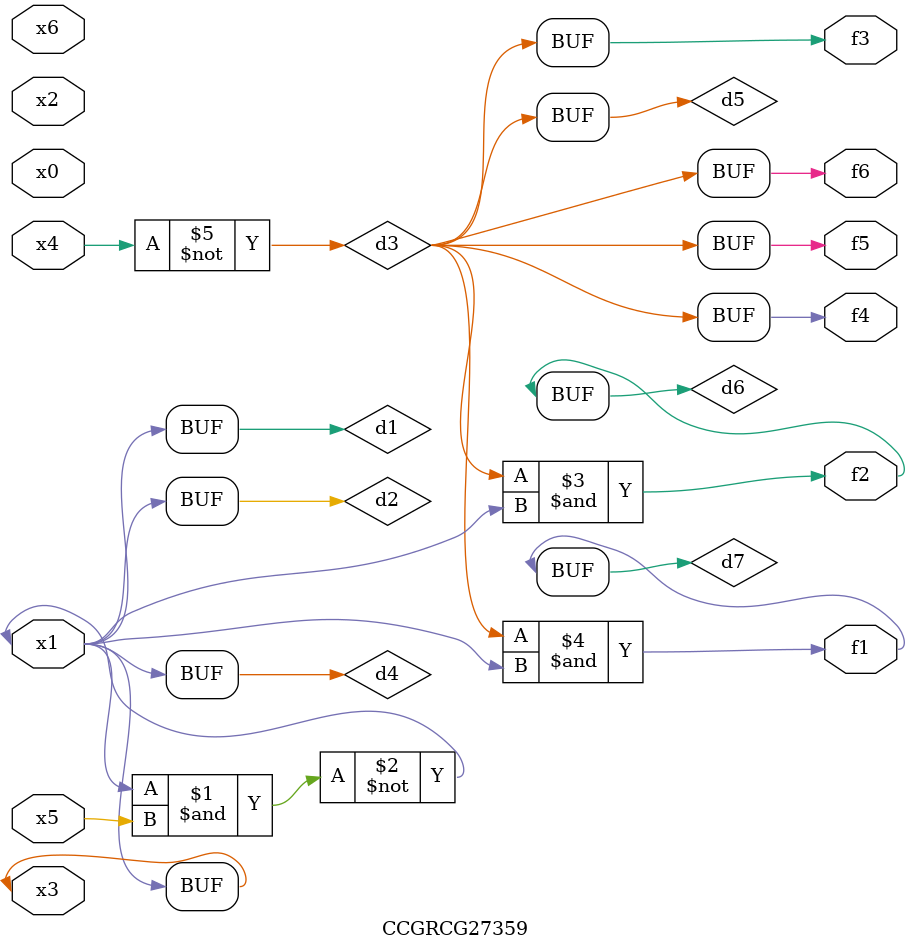
<source format=v>
module CCGRCG27359(
	input x0, x1, x2, x3, x4, x5, x6,
	output f1, f2, f3, f4, f5, f6
);

	wire d1, d2, d3, d4, d5, d6, d7;

	buf (d1, x1, x3);
	nand (d2, x1, x5);
	not (d3, x4);
	buf (d4, d1, d2);
	buf (d5, d3);
	and (d6, d3, d4);
	and (d7, d3, d4);
	assign f1 = d7;
	assign f2 = d6;
	assign f3 = d5;
	assign f4 = d5;
	assign f5 = d5;
	assign f6 = d5;
endmodule

</source>
